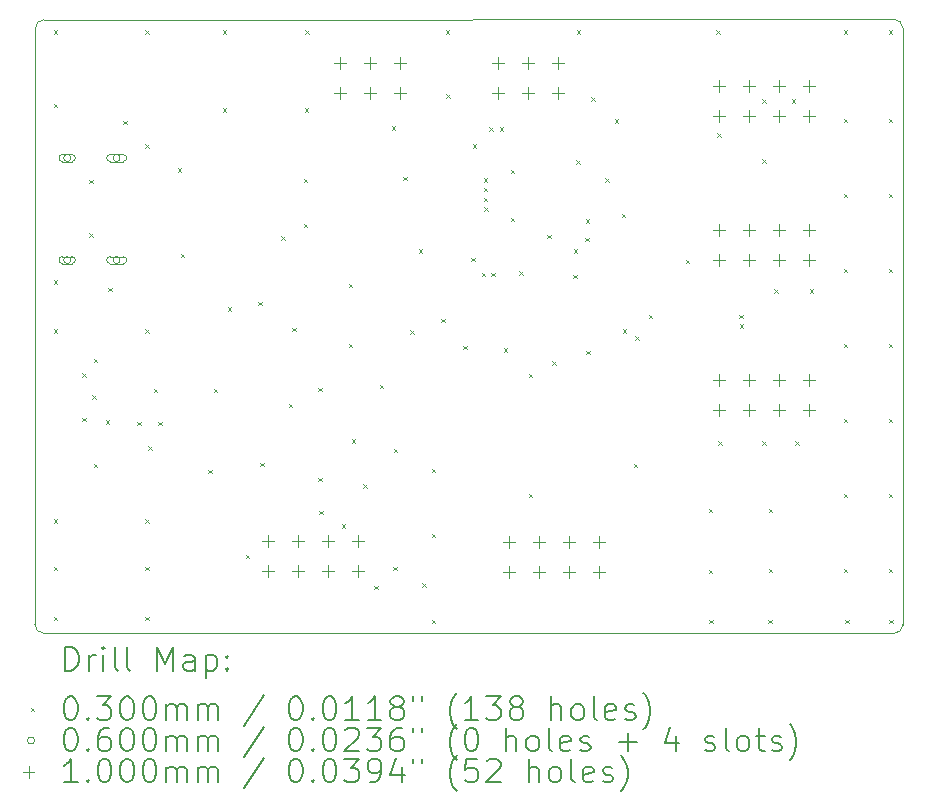
<source format=gbr>
%TF.GenerationSoftware,KiCad,Pcbnew,8.0.6-8.0.6-0~ubuntu24.04.1*%
%TF.CreationDate,2024-11-11T15:03:02+01:00*%
%TF.ProjectId,PicoMother,5069636f-4d6f-4746-9865-722e6b696361,1*%
%TF.SameCoordinates,Original*%
%TF.FileFunction,Drillmap*%
%TF.FilePolarity,Positive*%
%FSLAX45Y45*%
G04 Gerber Fmt 4.5, Leading zero omitted, Abs format (unit mm)*
G04 Created by KiCad (PCBNEW 8.0.6-8.0.6-0~ubuntu24.04.1) date 2024-11-11 15:03:02*
%MOMM*%
%LPD*%
G01*
G04 APERTURE LIST*
%ADD10C,0.050000*%
%ADD11C,0.200000*%
%ADD12C,0.100000*%
G04 APERTURE END LIST*
D10*
X10029077Y-7728033D02*
G75*
G02*
X10101105Y-7653028I75063J3D01*
G01*
X17375000Y-7721967D02*
X17375000Y-12775000D01*
X10025000Y-12775000D02*
X10029077Y-7728033D01*
X17302972Y-12850000D02*
X10100000Y-12847028D01*
X17375000Y-12775000D02*
G75*
G02*
X17302972Y-12849999I-75060J0D01*
G01*
X10101105Y-7653033D02*
X17300000Y-7649939D01*
X17300000Y-7649939D02*
G75*
G02*
X17375000Y-7721967I0J-75061D01*
G01*
X10100000Y-12847028D02*
G75*
G02*
X10025003Y-12775000I0J75058D01*
G01*
D11*
D12*
X10185000Y-7745000D02*
X10215000Y-7775000D01*
X10215000Y-7745000D02*
X10185000Y-7775000D01*
X10185000Y-8367000D02*
X10215000Y-8397000D01*
X10215000Y-8367000D02*
X10185000Y-8397000D01*
X10185000Y-9860000D02*
X10215000Y-9890000D01*
X10215000Y-9860000D02*
X10185000Y-9890000D01*
X10185000Y-10275000D02*
X10215000Y-10305000D01*
X10215000Y-10275000D02*
X10185000Y-10305000D01*
X10185000Y-11885000D02*
X10215000Y-11915000D01*
X10215000Y-11885000D02*
X10185000Y-11915000D01*
X10185000Y-12285000D02*
X10215000Y-12315000D01*
X10215000Y-12285000D02*
X10185000Y-12315000D01*
X10185000Y-12710000D02*
X10215000Y-12740000D01*
X10215000Y-12710000D02*
X10185000Y-12740000D01*
X10425000Y-10645000D02*
X10455000Y-10675000D01*
X10455000Y-10645000D02*
X10425000Y-10675000D01*
X10425000Y-11025000D02*
X10455000Y-11055000D01*
X10455000Y-11025000D02*
X10425000Y-11055000D01*
X10485000Y-9010000D02*
X10515000Y-9040000D01*
X10515000Y-9010000D02*
X10485000Y-9040000D01*
X10485000Y-9460000D02*
X10515000Y-9490000D01*
X10515000Y-9460000D02*
X10485000Y-9490000D01*
X10510000Y-10835000D02*
X10540000Y-10865000D01*
X10540000Y-10835000D02*
X10510000Y-10865000D01*
X10526000Y-10526000D02*
X10556000Y-10556000D01*
X10556000Y-10526000D02*
X10526000Y-10556000D01*
X10526000Y-11415000D02*
X10556000Y-11445000D01*
X10556000Y-11415000D02*
X10526000Y-11445000D01*
X10625000Y-11045000D02*
X10655000Y-11075000D01*
X10655000Y-11045000D02*
X10625000Y-11075000D01*
X10646950Y-9923050D02*
X10676950Y-9953050D01*
X10676950Y-9923050D02*
X10646950Y-9953050D01*
X10773750Y-8510000D02*
X10803750Y-8540000D01*
X10803750Y-8510000D02*
X10773750Y-8540000D01*
X10891760Y-11059400D02*
X10921760Y-11089400D01*
X10921760Y-11059400D02*
X10891760Y-11089400D01*
X10960000Y-7745000D02*
X10990000Y-7775000D01*
X10990000Y-7745000D02*
X10960000Y-7775000D01*
X10960000Y-8710000D02*
X10990000Y-8740000D01*
X10990000Y-8710000D02*
X10960000Y-8740000D01*
X10960000Y-10275000D02*
X10990000Y-10305000D01*
X10990000Y-10275000D02*
X10960000Y-10305000D01*
X10960000Y-11885000D02*
X10990000Y-11915000D01*
X10990000Y-11885000D02*
X10960000Y-11915000D01*
X10960000Y-12285000D02*
X10990000Y-12315000D01*
X10990000Y-12285000D02*
X10960000Y-12315000D01*
X10960000Y-12710000D02*
X10990000Y-12740000D01*
X10990000Y-12710000D02*
X10960000Y-12740000D01*
X10985000Y-11265000D02*
X11015000Y-11295000D01*
X11015000Y-11265000D02*
X10985000Y-11295000D01*
X11034000Y-10780000D02*
X11064000Y-10810000D01*
X11064000Y-10780000D02*
X11034000Y-10810000D01*
X11069560Y-11056860D02*
X11099560Y-11086860D01*
X11099560Y-11056860D02*
X11069560Y-11086860D01*
X11235000Y-8910000D02*
X11265000Y-8940000D01*
X11265000Y-8910000D02*
X11235000Y-8940000D01*
X11260000Y-9635000D02*
X11290000Y-9665000D01*
X11290000Y-9635000D02*
X11260000Y-9665000D01*
X11495000Y-11465000D02*
X11525000Y-11495000D01*
X11525000Y-11465000D02*
X11495000Y-11495000D01*
X11542000Y-10780000D02*
X11572000Y-10810000D01*
X11572000Y-10780000D02*
X11542000Y-10810000D01*
X11615000Y-7745000D02*
X11645000Y-7775000D01*
X11645000Y-7745000D02*
X11615000Y-7775000D01*
X11615000Y-8405000D02*
X11645000Y-8435000D01*
X11645000Y-8405000D02*
X11615000Y-8435000D01*
X11660000Y-10090000D02*
X11690000Y-10120000D01*
X11690000Y-10090000D02*
X11660000Y-10120000D01*
X11810000Y-12185000D02*
X11840000Y-12215000D01*
X11840000Y-12185000D02*
X11810000Y-12215000D01*
X11915000Y-10041250D02*
X11945000Y-10071250D01*
X11945000Y-10041250D02*
X11915000Y-10071250D01*
X11932040Y-11404840D02*
X11962040Y-11434840D01*
X11962040Y-11404840D02*
X11932040Y-11434840D01*
X12110000Y-9485000D02*
X12140000Y-9515000D01*
X12140000Y-9485000D02*
X12110000Y-9515000D01*
X12177000Y-10907000D02*
X12207000Y-10937000D01*
X12207000Y-10907000D02*
X12177000Y-10937000D01*
X12205000Y-10261250D02*
X12235000Y-10291250D01*
X12235000Y-10261250D02*
X12205000Y-10291250D01*
X12304000Y-9002000D02*
X12334000Y-9032000D01*
X12334000Y-9002000D02*
X12304000Y-9032000D01*
X12304000Y-9383000D02*
X12334000Y-9413000D01*
X12334000Y-9383000D02*
X12304000Y-9413000D01*
X12310000Y-8405000D02*
X12340000Y-8435000D01*
X12340000Y-8405000D02*
X12310000Y-8435000D01*
X12315000Y-7745000D02*
X12345000Y-7775000D01*
X12345000Y-7745000D02*
X12315000Y-7775000D01*
X12427040Y-10769840D02*
X12457040Y-10799840D01*
X12457040Y-10769840D02*
X12427040Y-10799840D01*
X12427040Y-11531840D02*
X12457040Y-11561840D01*
X12457040Y-11531840D02*
X12427040Y-11561840D01*
X12435000Y-11810000D02*
X12465000Y-11840000D01*
X12465000Y-11810000D02*
X12435000Y-11840000D01*
X12625000Y-11925000D02*
X12655000Y-11955000D01*
X12655000Y-11925000D02*
X12625000Y-11955000D01*
X12685000Y-9891000D02*
X12715000Y-9921000D01*
X12715000Y-9891000D02*
X12685000Y-9921000D01*
X12685000Y-10399000D02*
X12715000Y-10429000D01*
X12715000Y-10399000D02*
X12685000Y-10429000D01*
X12709280Y-11203800D02*
X12739280Y-11233800D01*
X12739280Y-11203800D02*
X12709280Y-11233800D01*
X12807880Y-11587720D02*
X12837880Y-11617720D01*
X12837880Y-11587720D02*
X12807880Y-11617720D01*
X12897500Y-12447500D02*
X12927500Y-12477500D01*
X12927500Y-12447500D02*
X12897500Y-12477500D01*
X12945000Y-10745000D02*
X12975000Y-10775000D01*
X12975000Y-10745000D02*
X12945000Y-10775000D01*
X13048220Y-8554000D02*
X13078220Y-8584000D01*
X13078220Y-8554000D02*
X13048220Y-8584000D01*
X13060000Y-12285000D02*
X13090000Y-12315000D01*
X13090000Y-12285000D02*
X13060000Y-12315000D01*
X13066000Y-11288000D02*
X13096000Y-11318000D01*
X13096000Y-11288000D02*
X13066000Y-11318000D01*
X13145000Y-8985000D02*
X13175000Y-9015000D01*
X13175000Y-8985000D02*
X13145000Y-9015000D01*
X13205000Y-10285000D02*
X13235000Y-10315000D01*
X13235000Y-10285000D02*
X13205000Y-10315000D01*
X13276820Y-9596360D02*
X13306820Y-9626360D01*
X13306820Y-9596360D02*
X13276820Y-9626360D01*
X13305000Y-12425000D02*
X13335000Y-12455000D01*
X13335000Y-12425000D02*
X13305000Y-12455000D01*
X13385000Y-11455000D02*
X13415000Y-11485000D01*
X13415000Y-11455000D02*
X13385000Y-11485000D01*
X13385000Y-12005000D02*
X13415000Y-12035000D01*
X13415000Y-12005000D02*
X13385000Y-12035000D01*
X13385000Y-12735000D02*
X13415000Y-12765000D01*
X13415000Y-12735000D02*
X13385000Y-12765000D01*
X13465000Y-10185000D02*
X13495000Y-10215000D01*
X13495000Y-10185000D02*
X13465000Y-10215000D01*
X13505000Y-7745000D02*
X13535000Y-7775000D01*
X13535000Y-7745000D02*
X13505000Y-7775000D01*
X13510000Y-8285000D02*
X13540000Y-8315000D01*
X13540000Y-8285000D02*
X13510000Y-8315000D01*
X13652740Y-10415000D02*
X13682740Y-10445000D01*
X13682740Y-10415000D02*
X13652740Y-10445000D01*
X13721320Y-9667480D02*
X13751320Y-9697480D01*
X13751320Y-9667480D02*
X13721320Y-9697480D01*
X13734020Y-8707360D02*
X13764020Y-8737360D01*
X13764020Y-8707360D02*
X13734020Y-8737360D01*
X13808967Y-9797003D02*
X13838967Y-9827003D01*
X13838967Y-9797003D02*
X13808967Y-9827003D01*
X13828000Y-8996920D02*
X13858000Y-9026920D01*
X13858000Y-8996920D02*
X13828000Y-9026920D01*
X13828000Y-9076920D02*
X13858000Y-9106920D01*
X13858000Y-9076920D02*
X13828000Y-9106920D01*
X13828000Y-9159480D02*
X13858000Y-9189480D01*
X13858000Y-9159480D02*
X13828000Y-9189480D01*
X13830665Y-9239436D02*
X13860665Y-9269436D01*
X13860665Y-9239436D02*
X13830665Y-9269436D01*
X13873720Y-8562580D02*
X13903720Y-8592580D01*
X13903720Y-8562580D02*
X13873720Y-8592580D01*
X13888960Y-9798090D02*
X13918960Y-9828090D01*
X13918960Y-9798090D02*
X13888960Y-9828090D01*
X13960080Y-8562580D02*
X13990080Y-8592580D01*
X13990080Y-8562580D02*
X13960080Y-8592580D01*
X13995000Y-10435000D02*
X14025000Y-10465000D01*
X14025000Y-10435000D02*
X13995000Y-10465000D01*
X14053880Y-8925800D02*
X14083880Y-8955800D01*
X14083880Y-8925800D02*
X14053880Y-8955800D01*
X14053880Y-9332200D02*
X14083880Y-9362200D01*
X14083880Y-9332200D02*
X14053880Y-9362200D01*
X14125000Y-9785000D02*
X14155000Y-9815000D01*
X14155000Y-9785000D02*
X14125000Y-9815000D01*
X14209000Y-10653000D02*
X14239000Y-10683000D01*
X14239000Y-10653000D02*
X14209000Y-10683000D01*
X14209000Y-11669000D02*
X14239000Y-11699000D01*
X14239000Y-11669000D02*
X14209000Y-11699000D01*
X14365000Y-9475000D02*
X14395000Y-9505000D01*
X14395000Y-9475000D02*
X14365000Y-9505000D01*
X14405000Y-10545000D02*
X14435000Y-10575000D01*
X14435000Y-10545000D02*
X14405000Y-10575000D01*
X14585000Y-9815000D02*
X14615000Y-9845000D01*
X14615000Y-9815000D02*
X14585000Y-9845000D01*
X14590000Y-9596360D02*
X14620000Y-9626360D01*
X14620000Y-9596360D02*
X14590000Y-9626360D01*
X14611280Y-8844520D02*
X14641280Y-8874520D01*
X14641280Y-8844520D02*
X14611280Y-8874520D01*
X14615000Y-7745000D02*
X14645000Y-7775000D01*
X14645000Y-7745000D02*
X14615000Y-7775000D01*
X14686520Y-9499840D02*
X14716520Y-9529840D01*
X14716520Y-9499840D02*
X14686520Y-9529840D01*
X14689060Y-9344900D02*
X14719060Y-9374900D01*
X14719060Y-9344900D02*
X14689060Y-9374900D01*
X14695000Y-10455000D02*
X14725000Y-10485000D01*
X14725000Y-10455000D02*
X14695000Y-10485000D01*
X14735000Y-8310000D02*
X14765000Y-8340000D01*
X14765000Y-8310000D02*
X14735000Y-8340000D01*
X14855000Y-8995000D02*
X14885000Y-9025000D01*
X14885000Y-8995000D02*
X14855000Y-9025000D01*
X14935000Y-8496540D02*
X14965000Y-8526540D01*
X14965000Y-8496540D02*
X14935000Y-8526540D01*
X14995000Y-9295000D02*
X15025000Y-9325000D01*
X15025000Y-9295000D02*
X14995000Y-9325000D01*
X15005000Y-10275000D02*
X15035000Y-10305000D01*
X15035000Y-10275000D02*
X15005000Y-10305000D01*
X15098000Y-11415000D02*
X15128000Y-11445000D01*
X15128000Y-11415000D02*
X15098000Y-11445000D01*
X15109583Y-10335417D02*
X15139583Y-10365417D01*
X15139583Y-10335417D02*
X15109583Y-10365417D01*
X15222460Y-10150080D02*
X15252460Y-10180080D01*
X15252460Y-10150080D02*
X15222460Y-10180080D01*
X15535000Y-9685000D02*
X15565000Y-9715000D01*
X15565000Y-9685000D02*
X15535000Y-9715000D01*
X15733000Y-11796000D02*
X15763000Y-11826000D01*
X15763000Y-11796000D02*
X15733000Y-11826000D01*
X15733000Y-12310000D02*
X15763000Y-12340000D01*
X15763000Y-12310000D02*
X15733000Y-12340000D01*
X15735000Y-12735000D02*
X15765000Y-12765000D01*
X15765000Y-12735000D02*
X15735000Y-12765000D01*
X15795000Y-7745000D02*
X15825000Y-7775000D01*
X15825000Y-7745000D02*
X15795000Y-7775000D01*
X15805000Y-8615000D02*
X15835000Y-8645000D01*
X15835000Y-8615000D02*
X15805000Y-8645000D01*
X15810000Y-11225000D02*
X15840000Y-11255000D01*
X15840000Y-11225000D02*
X15810000Y-11255000D01*
X15989540Y-10150080D02*
X16019540Y-10180080D01*
X16019540Y-10150080D02*
X15989540Y-10180080D01*
X15992615Y-10230021D02*
X16022615Y-10260021D01*
X16022615Y-10230021D02*
X15992615Y-10260021D01*
X16185000Y-8325000D02*
X16215000Y-8355000D01*
X16215000Y-8325000D02*
X16185000Y-8355000D01*
X16185000Y-8835000D02*
X16215000Y-8865000D01*
X16215000Y-8835000D02*
X16185000Y-8865000D01*
X16185000Y-11225000D02*
X16215000Y-11255000D01*
X16215000Y-11225000D02*
X16185000Y-11255000D01*
X16235000Y-12735000D02*
X16265000Y-12765000D01*
X16265000Y-12735000D02*
X16235000Y-12765000D01*
X16241000Y-11796000D02*
X16271000Y-11826000D01*
X16271000Y-11796000D02*
X16241000Y-11826000D01*
X16241000Y-12304000D02*
X16271000Y-12334000D01*
X16271000Y-12304000D02*
X16241000Y-12334000D01*
X16285000Y-9935000D02*
X16315000Y-9965000D01*
X16315000Y-9935000D02*
X16285000Y-9965000D01*
X16435000Y-8325000D02*
X16465000Y-8355000D01*
X16465000Y-8325000D02*
X16435000Y-8355000D01*
X16465000Y-11225000D02*
X16495000Y-11255000D01*
X16495000Y-11225000D02*
X16465000Y-11255000D01*
X16585000Y-9935000D02*
X16615000Y-9965000D01*
X16615000Y-9935000D02*
X16585000Y-9965000D01*
X16876000Y-7745000D02*
X16906000Y-7775000D01*
X16906000Y-7745000D02*
X16876000Y-7775000D01*
X16876000Y-8494000D02*
X16906000Y-8524000D01*
X16906000Y-8494000D02*
X16876000Y-8524000D01*
X16876000Y-9129000D02*
X16906000Y-9159000D01*
X16906000Y-9129000D02*
X16876000Y-9159000D01*
X16876000Y-9764000D02*
X16906000Y-9794000D01*
X16906000Y-9764000D02*
X16876000Y-9794000D01*
X16876000Y-10399000D02*
X16906000Y-10429000D01*
X16906000Y-10399000D02*
X16876000Y-10429000D01*
X16876000Y-11034000D02*
X16906000Y-11064000D01*
X16906000Y-11034000D02*
X16876000Y-11064000D01*
X16876000Y-11669000D02*
X16906000Y-11699000D01*
X16906000Y-11669000D02*
X16876000Y-11699000D01*
X16876000Y-12304000D02*
X16906000Y-12334000D01*
X16906000Y-12304000D02*
X16876000Y-12334000D01*
X16885000Y-12735000D02*
X16915000Y-12765000D01*
X16915000Y-12735000D02*
X16885000Y-12765000D01*
X17257000Y-7745000D02*
X17287000Y-7775000D01*
X17287000Y-7745000D02*
X17257000Y-7775000D01*
X17257000Y-8494000D02*
X17287000Y-8524000D01*
X17287000Y-8494000D02*
X17257000Y-8524000D01*
X17257000Y-9129000D02*
X17287000Y-9159000D01*
X17287000Y-9129000D02*
X17257000Y-9159000D01*
X17257000Y-9764000D02*
X17287000Y-9794000D01*
X17287000Y-9764000D02*
X17257000Y-9794000D01*
X17257000Y-10399000D02*
X17287000Y-10429000D01*
X17287000Y-10399000D02*
X17257000Y-10429000D01*
X17257000Y-11034000D02*
X17287000Y-11064000D01*
X17287000Y-11034000D02*
X17257000Y-11064000D01*
X17257000Y-11669000D02*
X17287000Y-11699000D01*
X17287000Y-11669000D02*
X17257000Y-11699000D01*
X17257000Y-12304000D02*
X17287000Y-12334000D01*
X17287000Y-12304000D02*
X17257000Y-12334000D01*
X17260000Y-12735000D02*
X17290000Y-12765000D01*
X17290000Y-12735000D02*
X17260000Y-12765000D01*
X10330000Y-8825000D02*
G75*
G02*
X10270000Y-8825000I-30000J0D01*
G01*
X10270000Y-8825000D02*
G75*
G02*
X10330000Y-8825000I30000J0D01*
G01*
X10340000Y-8795000D02*
X10260000Y-8795000D01*
X10260000Y-8855000D02*
G75*
G02*
X10260000Y-8795000I0J30000D01*
G01*
X10260000Y-8855000D02*
X10340000Y-8855000D01*
X10340000Y-8855000D02*
G75*
G03*
X10340000Y-8795000I0J30000D01*
G01*
X10330000Y-9689000D02*
G75*
G02*
X10270000Y-9689000I-30000J0D01*
G01*
X10270000Y-9689000D02*
G75*
G02*
X10330000Y-9689000I30000J0D01*
G01*
X10340000Y-9659000D02*
X10260000Y-9659000D01*
X10260000Y-9719000D02*
G75*
G02*
X10260000Y-9659000I0J30000D01*
G01*
X10260000Y-9719000D02*
X10340000Y-9719000D01*
X10340000Y-9719000D02*
G75*
G03*
X10340000Y-9659000I0J30000D01*
G01*
X10748000Y-8825000D02*
G75*
G02*
X10688000Y-8825000I-30000J0D01*
G01*
X10688000Y-8825000D02*
G75*
G02*
X10748000Y-8825000I30000J0D01*
G01*
X10773000Y-8795000D02*
X10663000Y-8795000D01*
X10663000Y-8855000D02*
G75*
G02*
X10663000Y-8795000I0J30000D01*
G01*
X10663000Y-8855000D02*
X10773000Y-8855000D01*
X10773000Y-8855000D02*
G75*
G03*
X10773000Y-8795000I0J30000D01*
G01*
X10748000Y-9689000D02*
G75*
G02*
X10688000Y-9689000I-30000J0D01*
G01*
X10688000Y-9689000D02*
G75*
G02*
X10748000Y-9689000I30000J0D01*
G01*
X10773000Y-9659000D02*
X10663000Y-9659000D01*
X10663000Y-9719000D02*
G75*
G02*
X10663000Y-9659000I0J30000D01*
G01*
X10663000Y-9719000D02*
X10773000Y-9719000D01*
X10773000Y-9719000D02*
G75*
G03*
X10773000Y-9659000I0J30000D01*
G01*
X11998960Y-12020080D02*
X11998960Y-12120080D01*
X11948960Y-12070080D02*
X12048960Y-12070080D01*
X11998960Y-12274080D02*
X11998960Y-12374080D01*
X11948960Y-12324080D02*
X12048960Y-12324080D01*
X12252960Y-12020080D02*
X12252960Y-12120080D01*
X12202960Y-12070080D02*
X12302960Y-12070080D01*
X12252960Y-12274080D02*
X12252960Y-12374080D01*
X12202960Y-12324080D02*
X12302960Y-12324080D01*
X12506960Y-12020080D02*
X12506960Y-12120080D01*
X12456960Y-12070080D02*
X12556960Y-12070080D01*
X12506960Y-12274080D02*
X12506960Y-12374080D01*
X12456960Y-12324080D02*
X12556960Y-12324080D01*
X12611100Y-7971000D02*
X12611100Y-8071000D01*
X12561100Y-8021000D02*
X12661100Y-8021000D01*
X12611100Y-8225000D02*
X12611100Y-8325000D01*
X12561100Y-8275000D02*
X12661100Y-8275000D01*
X12760960Y-12020080D02*
X12760960Y-12120080D01*
X12710960Y-12070080D02*
X12810960Y-12070080D01*
X12760960Y-12274080D02*
X12760960Y-12374080D01*
X12710960Y-12324080D02*
X12810960Y-12324080D01*
X12865100Y-7971000D02*
X12865100Y-8071000D01*
X12815100Y-8021000D02*
X12915100Y-8021000D01*
X12865100Y-8225000D02*
X12865100Y-8325000D01*
X12815100Y-8275000D02*
X12915100Y-8275000D01*
X13119100Y-7971000D02*
X13119100Y-8071000D01*
X13069100Y-8021000D02*
X13169100Y-8021000D01*
X13119100Y-8225000D02*
X13119100Y-8325000D01*
X13069100Y-8275000D02*
X13169100Y-8275000D01*
X13947140Y-7971000D02*
X13947140Y-8071000D01*
X13897140Y-8021000D02*
X13997140Y-8021000D01*
X13947140Y-8225000D02*
X13947140Y-8325000D01*
X13897140Y-8275000D02*
X13997140Y-8275000D01*
X14038580Y-12027700D02*
X14038580Y-12127700D01*
X13988580Y-12077700D02*
X14088580Y-12077700D01*
X14038580Y-12281700D02*
X14038580Y-12381700D01*
X13988580Y-12331700D02*
X14088580Y-12331700D01*
X14201140Y-7971000D02*
X14201140Y-8071000D01*
X14151140Y-8021000D02*
X14251140Y-8021000D01*
X14201140Y-8225000D02*
X14201140Y-8325000D01*
X14151140Y-8275000D02*
X14251140Y-8275000D01*
X14292580Y-12027700D02*
X14292580Y-12127700D01*
X14242580Y-12077700D02*
X14342580Y-12077700D01*
X14292580Y-12281700D02*
X14292580Y-12381700D01*
X14242580Y-12331700D02*
X14342580Y-12331700D01*
X14455140Y-7971000D02*
X14455140Y-8071000D01*
X14405140Y-8021000D02*
X14505140Y-8021000D01*
X14455140Y-8225000D02*
X14455140Y-8325000D01*
X14405140Y-8275000D02*
X14505140Y-8275000D01*
X14546580Y-12027700D02*
X14546580Y-12127700D01*
X14496580Y-12077700D02*
X14596580Y-12077700D01*
X14546580Y-12281700D02*
X14546580Y-12381700D01*
X14496580Y-12331700D02*
X14596580Y-12331700D01*
X14800580Y-12027700D02*
X14800580Y-12127700D01*
X14750580Y-12077700D02*
X14850580Y-12077700D01*
X14800580Y-12281700D02*
X14800580Y-12381700D01*
X14750580Y-12331700D02*
X14850580Y-12331700D01*
X15820000Y-8164360D02*
X15820000Y-8264360D01*
X15770000Y-8214360D02*
X15870000Y-8214360D01*
X15820000Y-8418360D02*
X15820000Y-8518360D01*
X15770000Y-8468360D02*
X15870000Y-8468360D01*
X15820000Y-9386100D02*
X15820000Y-9486100D01*
X15770000Y-9436100D02*
X15870000Y-9436100D01*
X15820000Y-9640100D02*
X15820000Y-9740100D01*
X15770000Y-9690100D02*
X15870000Y-9690100D01*
X15820000Y-10653560D02*
X15820000Y-10753560D01*
X15770000Y-10703560D02*
X15870000Y-10703560D01*
X15820000Y-10907560D02*
X15820000Y-11007560D01*
X15770000Y-10957560D02*
X15870000Y-10957560D01*
X16074000Y-8164360D02*
X16074000Y-8264360D01*
X16024000Y-8214360D02*
X16124000Y-8214360D01*
X16074000Y-8418360D02*
X16074000Y-8518360D01*
X16024000Y-8468360D02*
X16124000Y-8468360D01*
X16074000Y-9386100D02*
X16074000Y-9486100D01*
X16024000Y-9436100D02*
X16124000Y-9436100D01*
X16074000Y-9640100D02*
X16074000Y-9740100D01*
X16024000Y-9690100D02*
X16124000Y-9690100D01*
X16074000Y-10653560D02*
X16074000Y-10753560D01*
X16024000Y-10703560D02*
X16124000Y-10703560D01*
X16074000Y-10907560D02*
X16074000Y-11007560D01*
X16024000Y-10957560D02*
X16124000Y-10957560D01*
X16328000Y-8164360D02*
X16328000Y-8264360D01*
X16278000Y-8214360D02*
X16378000Y-8214360D01*
X16328000Y-8418360D02*
X16328000Y-8518360D01*
X16278000Y-8468360D02*
X16378000Y-8468360D01*
X16328000Y-9386100D02*
X16328000Y-9486100D01*
X16278000Y-9436100D02*
X16378000Y-9436100D01*
X16328000Y-9640100D02*
X16328000Y-9740100D01*
X16278000Y-9690100D02*
X16378000Y-9690100D01*
X16328000Y-10653560D02*
X16328000Y-10753560D01*
X16278000Y-10703560D02*
X16378000Y-10703560D01*
X16328000Y-10907560D02*
X16328000Y-11007560D01*
X16278000Y-10957560D02*
X16378000Y-10957560D01*
X16582000Y-8164360D02*
X16582000Y-8264360D01*
X16532000Y-8214360D02*
X16632000Y-8214360D01*
X16582000Y-8418360D02*
X16582000Y-8518360D01*
X16532000Y-8468360D02*
X16632000Y-8468360D01*
X16582000Y-9386100D02*
X16582000Y-9486100D01*
X16532000Y-9436100D02*
X16632000Y-9436100D01*
X16582000Y-9640100D02*
X16582000Y-9740100D01*
X16532000Y-9690100D02*
X16632000Y-9690100D01*
X16582000Y-10653560D02*
X16582000Y-10753560D01*
X16532000Y-10703560D02*
X16632000Y-10703560D01*
X16582000Y-10907560D02*
X16582000Y-11007560D01*
X16532000Y-10957560D02*
X16632000Y-10957560D01*
D11*
X10283277Y-13163984D02*
X10283277Y-12963984D01*
X10283277Y-12963984D02*
X10330896Y-12963984D01*
X10330896Y-12963984D02*
X10359467Y-12973508D01*
X10359467Y-12973508D02*
X10378515Y-12992555D01*
X10378515Y-12992555D02*
X10388039Y-13011603D01*
X10388039Y-13011603D02*
X10397563Y-13049698D01*
X10397563Y-13049698D02*
X10397563Y-13078269D01*
X10397563Y-13078269D02*
X10388039Y-13116365D01*
X10388039Y-13116365D02*
X10378515Y-13135412D01*
X10378515Y-13135412D02*
X10359467Y-13154460D01*
X10359467Y-13154460D02*
X10330896Y-13163984D01*
X10330896Y-13163984D02*
X10283277Y-13163984D01*
X10483277Y-13163984D02*
X10483277Y-13030650D01*
X10483277Y-13068746D02*
X10492801Y-13049698D01*
X10492801Y-13049698D02*
X10502324Y-13040174D01*
X10502324Y-13040174D02*
X10521372Y-13030650D01*
X10521372Y-13030650D02*
X10540420Y-13030650D01*
X10607086Y-13163984D02*
X10607086Y-13030650D01*
X10607086Y-12963984D02*
X10597563Y-12973508D01*
X10597563Y-12973508D02*
X10607086Y-12983031D01*
X10607086Y-12983031D02*
X10616610Y-12973508D01*
X10616610Y-12973508D02*
X10607086Y-12963984D01*
X10607086Y-12963984D02*
X10607086Y-12983031D01*
X10730896Y-13163984D02*
X10711848Y-13154460D01*
X10711848Y-13154460D02*
X10702324Y-13135412D01*
X10702324Y-13135412D02*
X10702324Y-12963984D01*
X10835658Y-13163984D02*
X10816610Y-13154460D01*
X10816610Y-13154460D02*
X10807086Y-13135412D01*
X10807086Y-13135412D02*
X10807086Y-12963984D01*
X11064229Y-13163984D02*
X11064229Y-12963984D01*
X11064229Y-12963984D02*
X11130896Y-13106841D01*
X11130896Y-13106841D02*
X11197562Y-12963984D01*
X11197562Y-12963984D02*
X11197562Y-13163984D01*
X11378515Y-13163984D02*
X11378515Y-13059222D01*
X11378515Y-13059222D02*
X11368991Y-13040174D01*
X11368991Y-13040174D02*
X11349943Y-13030650D01*
X11349943Y-13030650D02*
X11311848Y-13030650D01*
X11311848Y-13030650D02*
X11292801Y-13040174D01*
X11378515Y-13154460D02*
X11359467Y-13163984D01*
X11359467Y-13163984D02*
X11311848Y-13163984D01*
X11311848Y-13163984D02*
X11292801Y-13154460D01*
X11292801Y-13154460D02*
X11283277Y-13135412D01*
X11283277Y-13135412D02*
X11283277Y-13116365D01*
X11283277Y-13116365D02*
X11292801Y-13097317D01*
X11292801Y-13097317D02*
X11311848Y-13087793D01*
X11311848Y-13087793D02*
X11359467Y-13087793D01*
X11359467Y-13087793D02*
X11378515Y-13078269D01*
X11473753Y-13030650D02*
X11473753Y-13230650D01*
X11473753Y-13040174D02*
X11492801Y-13030650D01*
X11492801Y-13030650D02*
X11530896Y-13030650D01*
X11530896Y-13030650D02*
X11549943Y-13040174D01*
X11549943Y-13040174D02*
X11559467Y-13049698D01*
X11559467Y-13049698D02*
X11568991Y-13068746D01*
X11568991Y-13068746D02*
X11568991Y-13125888D01*
X11568991Y-13125888D02*
X11559467Y-13144936D01*
X11559467Y-13144936D02*
X11549943Y-13154460D01*
X11549943Y-13154460D02*
X11530896Y-13163984D01*
X11530896Y-13163984D02*
X11492801Y-13163984D01*
X11492801Y-13163984D02*
X11473753Y-13154460D01*
X11654705Y-13144936D02*
X11664229Y-13154460D01*
X11664229Y-13154460D02*
X11654705Y-13163984D01*
X11654705Y-13163984D02*
X11645182Y-13154460D01*
X11645182Y-13154460D02*
X11654705Y-13144936D01*
X11654705Y-13144936D02*
X11654705Y-13163984D01*
X11654705Y-13040174D02*
X11664229Y-13049698D01*
X11664229Y-13049698D02*
X11654705Y-13059222D01*
X11654705Y-13059222D02*
X11645182Y-13049698D01*
X11645182Y-13049698D02*
X11654705Y-13040174D01*
X11654705Y-13040174D02*
X11654705Y-13059222D01*
D12*
X9992500Y-13477500D02*
X10022500Y-13507500D01*
X10022500Y-13477500D02*
X9992500Y-13507500D01*
D11*
X10321372Y-13383984D02*
X10340420Y-13383984D01*
X10340420Y-13383984D02*
X10359467Y-13393508D01*
X10359467Y-13393508D02*
X10368991Y-13403031D01*
X10368991Y-13403031D02*
X10378515Y-13422079D01*
X10378515Y-13422079D02*
X10388039Y-13460174D01*
X10388039Y-13460174D02*
X10388039Y-13507793D01*
X10388039Y-13507793D02*
X10378515Y-13545888D01*
X10378515Y-13545888D02*
X10368991Y-13564936D01*
X10368991Y-13564936D02*
X10359467Y-13574460D01*
X10359467Y-13574460D02*
X10340420Y-13583984D01*
X10340420Y-13583984D02*
X10321372Y-13583984D01*
X10321372Y-13583984D02*
X10302324Y-13574460D01*
X10302324Y-13574460D02*
X10292801Y-13564936D01*
X10292801Y-13564936D02*
X10283277Y-13545888D01*
X10283277Y-13545888D02*
X10273753Y-13507793D01*
X10273753Y-13507793D02*
X10273753Y-13460174D01*
X10273753Y-13460174D02*
X10283277Y-13422079D01*
X10283277Y-13422079D02*
X10292801Y-13403031D01*
X10292801Y-13403031D02*
X10302324Y-13393508D01*
X10302324Y-13393508D02*
X10321372Y-13383984D01*
X10473753Y-13564936D02*
X10483277Y-13574460D01*
X10483277Y-13574460D02*
X10473753Y-13583984D01*
X10473753Y-13583984D02*
X10464229Y-13574460D01*
X10464229Y-13574460D02*
X10473753Y-13564936D01*
X10473753Y-13564936D02*
X10473753Y-13583984D01*
X10549944Y-13383984D02*
X10673753Y-13383984D01*
X10673753Y-13383984D02*
X10607086Y-13460174D01*
X10607086Y-13460174D02*
X10635658Y-13460174D01*
X10635658Y-13460174D02*
X10654705Y-13469698D01*
X10654705Y-13469698D02*
X10664229Y-13479222D01*
X10664229Y-13479222D02*
X10673753Y-13498269D01*
X10673753Y-13498269D02*
X10673753Y-13545888D01*
X10673753Y-13545888D02*
X10664229Y-13564936D01*
X10664229Y-13564936D02*
X10654705Y-13574460D01*
X10654705Y-13574460D02*
X10635658Y-13583984D01*
X10635658Y-13583984D02*
X10578515Y-13583984D01*
X10578515Y-13583984D02*
X10559467Y-13574460D01*
X10559467Y-13574460D02*
X10549944Y-13564936D01*
X10797563Y-13383984D02*
X10816610Y-13383984D01*
X10816610Y-13383984D02*
X10835658Y-13393508D01*
X10835658Y-13393508D02*
X10845182Y-13403031D01*
X10845182Y-13403031D02*
X10854705Y-13422079D01*
X10854705Y-13422079D02*
X10864229Y-13460174D01*
X10864229Y-13460174D02*
X10864229Y-13507793D01*
X10864229Y-13507793D02*
X10854705Y-13545888D01*
X10854705Y-13545888D02*
X10845182Y-13564936D01*
X10845182Y-13564936D02*
X10835658Y-13574460D01*
X10835658Y-13574460D02*
X10816610Y-13583984D01*
X10816610Y-13583984D02*
X10797563Y-13583984D01*
X10797563Y-13583984D02*
X10778515Y-13574460D01*
X10778515Y-13574460D02*
X10768991Y-13564936D01*
X10768991Y-13564936D02*
X10759467Y-13545888D01*
X10759467Y-13545888D02*
X10749944Y-13507793D01*
X10749944Y-13507793D02*
X10749944Y-13460174D01*
X10749944Y-13460174D02*
X10759467Y-13422079D01*
X10759467Y-13422079D02*
X10768991Y-13403031D01*
X10768991Y-13403031D02*
X10778515Y-13393508D01*
X10778515Y-13393508D02*
X10797563Y-13383984D01*
X10988039Y-13383984D02*
X11007086Y-13383984D01*
X11007086Y-13383984D02*
X11026134Y-13393508D01*
X11026134Y-13393508D02*
X11035658Y-13403031D01*
X11035658Y-13403031D02*
X11045182Y-13422079D01*
X11045182Y-13422079D02*
X11054705Y-13460174D01*
X11054705Y-13460174D02*
X11054705Y-13507793D01*
X11054705Y-13507793D02*
X11045182Y-13545888D01*
X11045182Y-13545888D02*
X11035658Y-13564936D01*
X11035658Y-13564936D02*
X11026134Y-13574460D01*
X11026134Y-13574460D02*
X11007086Y-13583984D01*
X11007086Y-13583984D02*
X10988039Y-13583984D01*
X10988039Y-13583984D02*
X10968991Y-13574460D01*
X10968991Y-13574460D02*
X10959467Y-13564936D01*
X10959467Y-13564936D02*
X10949944Y-13545888D01*
X10949944Y-13545888D02*
X10940420Y-13507793D01*
X10940420Y-13507793D02*
X10940420Y-13460174D01*
X10940420Y-13460174D02*
X10949944Y-13422079D01*
X10949944Y-13422079D02*
X10959467Y-13403031D01*
X10959467Y-13403031D02*
X10968991Y-13393508D01*
X10968991Y-13393508D02*
X10988039Y-13383984D01*
X11140420Y-13583984D02*
X11140420Y-13450650D01*
X11140420Y-13469698D02*
X11149944Y-13460174D01*
X11149944Y-13460174D02*
X11168991Y-13450650D01*
X11168991Y-13450650D02*
X11197563Y-13450650D01*
X11197563Y-13450650D02*
X11216610Y-13460174D01*
X11216610Y-13460174D02*
X11226134Y-13479222D01*
X11226134Y-13479222D02*
X11226134Y-13583984D01*
X11226134Y-13479222D02*
X11235658Y-13460174D01*
X11235658Y-13460174D02*
X11254705Y-13450650D01*
X11254705Y-13450650D02*
X11283277Y-13450650D01*
X11283277Y-13450650D02*
X11302324Y-13460174D01*
X11302324Y-13460174D02*
X11311848Y-13479222D01*
X11311848Y-13479222D02*
X11311848Y-13583984D01*
X11407086Y-13583984D02*
X11407086Y-13450650D01*
X11407086Y-13469698D02*
X11416610Y-13460174D01*
X11416610Y-13460174D02*
X11435658Y-13450650D01*
X11435658Y-13450650D02*
X11464229Y-13450650D01*
X11464229Y-13450650D02*
X11483277Y-13460174D01*
X11483277Y-13460174D02*
X11492801Y-13479222D01*
X11492801Y-13479222D02*
X11492801Y-13583984D01*
X11492801Y-13479222D02*
X11502324Y-13460174D01*
X11502324Y-13460174D02*
X11521372Y-13450650D01*
X11521372Y-13450650D02*
X11549943Y-13450650D01*
X11549943Y-13450650D02*
X11568991Y-13460174D01*
X11568991Y-13460174D02*
X11578515Y-13479222D01*
X11578515Y-13479222D02*
X11578515Y-13583984D01*
X11968991Y-13374460D02*
X11797563Y-13631603D01*
X12226134Y-13383984D02*
X12245182Y-13383984D01*
X12245182Y-13383984D02*
X12264229Y-13393508D01*
X12264229Y-13393508D02*
X12273753Y-13403031D01*
X12273753Y-13403031D02*
X12283277Y-13422079D01*
X12283277Y-13422079D02*
X12292801Y-13460174D01*
X12292801Y-13460174D02*
X12292801Y-13507793D01*
X12292801Y-13507793D02*
X12283277Y-13545888D01*
X12283277Y-13545888D02*
X12273753Y-13564936D01*
X12273753Y-13564936D02*
X12264229Y-13574460D01*
X12264229Y-13574460D02*
X12245182Y-13583984D01*
X12245182Y-13583984D02*
X12226134Y-13583984D01*
X12226134Y-13583984D02*
X12207086Y-13574460D01*
X12207086Y-13574460D02*
X12197563Y-13564936D01*
X12197563Y-13564936D02*
X12188039Y-13545888D01*
X12188039Y-13545888D02*
X12178515Y-13507793D01*
X12178515Y-13507793D02*
X12178515Y-13460174D01*
X12178515Y-13460174D02*
X12188039Y-13422079D01*
X12188039Y-13422079D02*
X12197563Y-13403031D01*
X12197563Y-13403031D02*
X12207086Y-13393508D01*
X12207086Y-13393508D02*
X12226134Y-13383984D01*
X12378515Y-13564936D02*
X12388039Y-13574460D01*
X12388039Y-13574460D02*
X12378515Y-13583984D01*
X12378515Y-13583984D02*
X12368991Y-13574460D01*
X12368991Y-13574460D02*
X12378515Y-13564936D01*
X12378515Y-13564936D02*
X12378515Y-13583984D01*
X12511848Y-13383984D02*
X12530896Y-13383984D01*
X12530896Y-13383984D02*
X12549944Y-13393508D01*
X12549944Y-13393508D02*
X12559467Y-13403031D01*
X12559467Y-13403031D02*
X12568991Y-13422079D01*
X12568991Y-13422079D02*
X12578515Y-13460174D01*
X12578515Y-13460174D02*
X12578515Y-13507793D01*
X12578515Y-13507793D02*
X12568991Y-13545888D01*
X12568991Y-13545888D02*
X12559467Y-13564936D01*
X12559467Y-13564936D02*
X12549944Y-13574460D01*
X12549944Y-13574460D02*
X12530896Y-13583984D01*
X12530896Y-13583984D02*
X12511848Y-13583984D01*
X12511848Y-13583984D02*
X12492801Y-13574460D01*
X12492801Y-13574460D02*
X12483277Y-13564936D01*
X12483277Y-13564936D02*
X12473753Y-13545888D01*
X12473753Y-13545888D02*
X12464229Y-13507793D01*
X12464229Y-13507793D02*
X12464229Y-13460174D01*
X12464229Y-13460174D02*
X12473753Y-13422079D01*
X12473753Y-13422079D02*
X12483277Y-13403031D01*
X12483277Y-13403031D02*
X12492801Y-13393508D01*
X12492801Y-13393508D02*
X12511848Y-13383984D01*
X12768991Y-13583984D02*
X12654706Y-13583984D01*
X12711848Y-13583984D02*
X12711848Y-13383984D01*
X12711848Y-13383984D02*
X12692801Y-13412555D01*
X12692801Y-13412555D02*
X12673753Y-13431603D01*
X12673753Y-13431603D02*
X12654706Y-13441127D01*
X12959467Y-13583984D02*
X12845182Y-13583984D01*
X12902325Y-13583984D02*
X12902325Y-13383984D01*
X12902325Y-13383984D02*
X12883277Y-13412555D01*
X12883277Y-13412555D02*
X12864229Y-13431603D01*
X12864229Y-13431603D02*
X12845182Y-13441127D01*
X13073753Y-13469698D02*
X13054706Y-13460174D01*
X13054706Y-13460174D02*
X13045182Y-13450650D01*
X13045182Y-13450650D02*
X13035658Y-13431603D01*
X13035658Y-13431603D02*
X13035658Y-13422079D01*
X13035658Y-13422079D02*
X13045182Y-13403031D01*
X13045182Y-13403031D02*
X13054706Y-13393508D01*
X13054706Y-13393508D02*
X13073753Y-13383984D01*
X13073753Y-13383984D02*
X13111848Y-13383984D01*
X13111848Y-13383984D02*
X13130896Y-13393508D01*
X13130896Y-13393508D02*
X13140420Y-13403031D01*
X13140420Y-13403031D02*
X13149944Y-13422079D01*
X13149944Y-13422079D02*
X13149944Y-13431603D01*
X13149944Y-13431603D02*
X13140420Y-13450650D01*
X13140420Y-13450650D02*
X13130896Y-13460174D01*
X13130896Y-13460174D02*
X13111848Y-13469698D01*
X13111848Y-13469698D02*
X13073753Y-13469698D01*
X13073753Y-13469698D02*
X13054706Y-13479222D01*
X13054706Y-13479222D02*
X13045182Y-13488746D01*
X13045182Y-13488746D02*
X13035658Y-13507793D01*
X13035658Y-13507793D02*
X13035658Y-13545888D01*
X13035658Y-13545888D02*
X13045182Y-13564936D01*
X13045182Y-13564936D02*
X13054706Y-13574460D01*
X13054706Y-13574460D02*
X13073753Y-13583984D01*
X13073753Y-13583984D02*
X13111848Y-13583984D01*
X13111848Y-13583984D02*
X13130896Y-13574460D01*
X13130896Y-13574460D02*
X13140420Y-13564936D01*
X13140420Y-13564936D02*
X13149944Y-13545888D01*
X13149944Y-13545888D02*
X13149944Y-13507793D01*
X13149944Y-13507793D02*
X13140420Y-13488746D01*
X13140420Y-13488746D02*
X13130896Y-13479222D01*
X13130896Y-13479222D02*
X13111848Y-13469698D01*
X13226134Y-13383984D02*
X13226134Y-13422079D01*
X13302325Y-13383984D02*
X13302325Y-13422079D01*
X13597563Y-13660174D02*
X13588039Y-13650650D01*
X13588039Y-13650650D02*
X13568991Y-13622079D01*
X13568991Y-13622079D02*
X13559468Y-13603031D01*
X13559468Y-13603031D02*
X13549944Y-13574460D01*
X13549944Y-13574460D02*
X13540420Y-13526841D01*
X13540420Y-13526841D02*
X13540420Y-13488746D01*
X13540420Y-13488746D02*
X13549944Y-13441127D01*
X13549944Y-13441127D02*
X13559468Y-13412555D01*
X13559468Y-13412555D02*
X13568991Y-13393508D01*
X13568991Y-13393508D02*
X13588039Y-13364936D01*
X13588039Y-13364936D02*
X13597563Y-13355412D01*
X13778515Y-13583984D02*
X13664229Y-13583984D01*
X13721372Y-13583984D02*
X13721372Y-13383984D01*
X13721372Y-13383984D02*
X13702325Y-13412555D01*
X13702325Y-13412555D02*
X13683277Y-13431603D01*
X13683277Y-13431603D02*
X13664229Y-13441127D01*
X13845182Y-13383984D02*
X13968991Y-13383984D01*
X13968991Y-13383984D02*
X13902325Y-13460174D01*
X13902325Y-13460174D02*
X13930896Y-13460174D01*
X13930896Y-13460174D02*
X13949944Y-13469698D01*
X13949944Y-13469698D02*
X13959468Y-13479222D01*
X13959468Y-13479222D02*
X13968991Y-13498269D01*
X13968991Y-13498269D02*
X13968991Y-13545888D01*
X13968991Y-13545888D02*
X13959468Y-13564936D01*
X13959468Y-13564936D02*
X13949944Y-13574460D01*
X13949944Y-13574460D02*
X13930896Y-13583984D01*
X13930896Y-13583984D02*
X13873753Y-13583984D01*
X13873753Y-13583984D02*
X13854706Y-13574460D01*
X13854706Y-13574460D02*
X13845182Y-13564936D01*
X14083277Y-13469698D02*
X14064229Y-13460174D01*
X14064229Y-13460174D02*
X14054706Y-13450650D01*
X14054706Y-13450650D02*
X14045182Y-13431603D01*
X14045182Y-13431603D02*
X14045182Y-13422079D01*
X14045182Y-13422079D02*
X14054706Y-13403031D01*
X14054706Y-13403031D02*
X14064229Y-13393508D01*
X14064229Y-13393508D02*
X14083277Y-13383984D01*
X14083277Y-13383984D02*
X14121372Y-13383984D01*
X14121372Y-13383984D02*
X14140420Y-13393508D01*
X14140420Y-13393508D02*
X14149944Y-13403031D01*
X14149944Y-13403031D02*
X14159468Y-13422079D01*
X14159468Y-13422079D02*
X14159468Y-13431603D01*
X14159468Y-13431603D02*
X14149944Y-13450650D01*
X14149944Y-13450650D02*
X14140420Y-13460174D01*
X14140420Y-13460174D02*
X14121372Y-13469698D01*
X14121372Y-13469698D02*
X14083277Y-13469698D01*
X14083277Y-13469698D02*
X14064229Y-13479222D01*
X14064229Y-13479222D02*
X14054706Y-13488746D01*
X14054706Y-13488746D02*
X14045182Y-13507793D01*
X14045182Y-13507793D02*
X14045182Y-13545888D01*
X14045182Y-13545888D02*
X14054706Y-13564936D01*
X14054706Y-13564936D02*
X14064229Y-13574460D01*
X14064229Y-13574460D02*
X14083277Y-13583984D01*
X14083277Y-13583984D02*
X14121372Y-13583984D01*
X14121372Y-13583984D02*
X14140420Y-13574460D01*
X14140420Y-13574460D02*
X14149944Y-13564936D01*
X14149944Y-13564936D02*
X14159468Y-13545888D01*
X14159468Y-13545888D02*
X14159468Y-13507793D01*
X14159468Y-13507793D02*
X14149944Y-13488746D01*
X14149944Y-13488746D02*
X14140420Y-13479222D01*
X14140420Y-13479222D02*
X14121372Y-13469698D01*
X14397563Y-13583984D02*
X14397563Y-13383984D01*
X14483277Y-13583984D02*
X14483277Y-13479222D01*
X14483277Y-13479222D02*
X14473753Y-13460174D01*
X14473753Y-13460174D02*
X14454706Y-13450650D01*
X14454706Y-13450650D02*
X14426134Y-13450650D01*
X14426134Y-13450650D02*
X14407087Y-13460174D01*
X14407087Y-13460174D02*
X14397563Y-13469698D01*
X14607087Y-13583984D02*
X14588039Y-13574460D01*
X14588039Y-13574460D02*
X14578515Y-13564936D01*
X14578515Y-13564936D02*
X14568991Y-13545888D01*
X14568991Y-13545888D02*
X14568991Y-13488746D01*
X14568991Y-13488746D02*
X14578515Y-13469698D01*
X14578515Y-13469698D02*
X14588039Y-13460174D01*
X14588039Y-13460174D02*
X14607087Y-13450650D01*
X14607087Y-13450650D02*
X14635658Y-13450650D01*
X14635658Y-13450650D02*
X14654706Y-13460174D01*
X14654706Y-13460174D02*
X14664230Y-13469698D01*
X14664230Y-13469698D02*
X14673753Y-13488746D01*
X14673753Y-13488746D02*
X14673753Y-13545888D01*
X14673753Y-13545888D02*
X14664230Y-13564936D01*
X14664230Y-13564936D02*
X14654706Y-13574460D01*
X14654706Y-13574460D02*
X14635658Y-13583984D01*
X14635658Y-13583984D02*
X14607087Y-13583984D01*
X14788039Y-13583984D02*
X14768991Y-13574460D01*
X14768991Y-13574460D02*
X14759468Y-13555412D01*
X14759468Y-13555412D02*
X14759468Y-13383984D01*
X14940420Y-13574460D02*
X14921372Y-13583984D01*
X14921372Y-13583984D02*
X14883277Y-13583984D01*
X14883277Y-13583984D02*
X14864230Y-13574460D01*
X14864230Y-13574460D02*
X14854706Y-13555412D01*
X14854706Y-13555412D02*
X14854706Y-13479222D01*
X14854706Y-13479222D02*
X14864230Y-13460174D01*
X14864230Y-13460174D02*
X14883277Y-13450650D01*
X14883277Y-13450650D02*
X14921372Y-13450650D01*
X14921372Y-13450650D02*
X14940420Y-13460174D01*
X14940420Y-13460174D02*
X14949944Y-13479222D01*
X14949944Y-13479222D02*
X14949944Y-13498269D01*
X14949944Y-13498269D02*
X14854706Y-13517317D01*
X15026134Y-13574460D02*
X15045182Y-13583984D01*
X15045182Y-13583984D02*
X15083277Y-13583984D01*
X15083277Y-13583984D02*
X15102325Y-13574460D01*
X15102325Y-13574460D02*
X15111849Y-13555412D01*
X15111849Y-13555412D02*
X15111849Y-13545888D01*
X15111849Y-13545888D02*
X15102325Y-13526841D01*
X15102325Y-13526841D02*
X15083277Y-13517317D01*
X15083277Y-13517317D02*
X15054706Y-13517317D01*
X15054706Y-13517317D02*
X15035658Y-13507793D01*
X15035658Y-13507793D02*
X15026134Y-13488746D01*
X15026134Y-13488746D02*
X15026134Y-13479222D01*
X15026134Y-13479222D02*
X15035658Y-13460174D01*
X15035658Y-13460174D02*
X15054706Y-13450650D01*
X15054706Y-13450650D02*
X15083277Y-13450650D01*
X15083277Y-13450650D02*
X15102325Y-13460174D01*
X15178515Y-13660174D02*
X15188039Y-13650650D01*
X15188039Y-13650650D02*
X15207087Y-13622079D01*
X15207087Y-13622079D02*
X15216611Y-13603031D01*
X15216611Y-13603031D02*
X15226134Y-13574460D01*
X15226134Y-13574460D02*
X15235658Y-13526841D01*
X15235658Y-13526841D02*
X15235658Y-13488746D01*
X15235658Y-13488746D02*
X15226134Y-13441127D01*
X15226134Y-13441127D02*
X15216611Y-13412555D01*
X15216611Y-13412555D02*
X15207087Y-13393508D01*
X15207087Y-13393508D02*
X15188039Y-13364936D01*
X15188039Y-13364936D02*
X15178515Y-13355412D01*
D12*
X10022500Y-13756500D02*
G75*
G02*
X9962500Y-13756500I-30000J0D01*
G01*
X9962500Y-13756500D02*
G75*
G02*
X10022500Y-13756500I30000J0D01*
G01*
D11*
X10321372Y-13647984D02*
X10340420Y-13647984D01*
X10340420Y-13647984D02*
X10359467Y-13657508D01*
X10359467Y-13657508D02*
X10368991Y-13667031D01*
X10368991Y-13667031D02*
X10378515Y-13686079D01*
X10378515Y-13686079D02*
X10388039Y-13724174D01*
X10388039Y-13724174D02*
X10388039Y-13771793D01*
X10388039Y-13771793D02*
X10378515Y-13809888D01*
X10378515Y-13809888D02*
X10368991Y-13828936D01*
X10368991Y-13828936D02*
X10359467Y-13838460D01*
X10359467Y-13838460D02*
X10340420Y-13847984D01*
X10340420Y-13847984D02*
X10321372Y-13847984D01*
X10321372Y-13847984D02*
X10302324Y-13838460D01*
X10302324Y-13838460D02*
X10292801Y-13828936D01*
X10292801Y-13828936D02*
X10283277Y-13809888D01*
X10283277Y-13809888D02*
X10273753Y-13771793D01*
X10273753Y-13771793D02*
X10273753Y-13724174D01*
X10273753Y-13724174D02*
X10283277Y-13686079D01*
X10283277Y-13686079D02*
X10292801Y-13667031D01*
X10292801Y-13667031D02*
X10302324Y-13657508D01*
X10302324Y-13657508D02*
X10321372Y-13647984D01*
X10473753Y-13828936D02*
X10483277Y-13838460D01*
X10483277Y-13838460D02*
X10473753Y-13847984D01*
X10473753Y-13847984D02*
X10464229Y-13838460D01*
X10464229Y-13838460D02*
X10473753Y-13828936D01*
X10473753Y-13828936D02*
X10473753Y-13847984D01*
X10654705Y-13647984D02*
X10616610Y-13647984D01*
X10616610Y-13647984D02*
X10597563Y-13657508D01*
X10597563Y-13657508D02*
X10588039Y-13667031D01*
X10588039Y-13667031D02*
X10568991Y-13695603D01*
X10568991Y-13695603D02*
X10559467Y-13733698D01*
X10559467Y-13733698D02*
X10559467Y-13809888D01*
X10559467Y-13809888D02*
X10568991Y-13828936D01*
X10568991Y-13828936D02*
X10578515Y-13838460D01*
X10578515Y-13838460D02*
X10597563Y-13847984D01*
X10597563Y-13847984D02*
X10635658Y-13847984D01*
X10635658Y-13847984D02*
X10654705Y-13838460D01*
X10654705Y-13838460D02*
X10664229Y-13828936D01*
X10664229Y-13828936D02*
X10673753Y-13809888D01*
X10673753Y-13809888D02*
X10673753Y-13762269D01*
X10673753Y-13762269D02*
X10664229Y-13743222D01*
X10664229Y-13743222D02*
X10654705Y-13733698D01*
X10654705Y-13733698D02*
X10635658Y-13724174D01*
X10635658Y-13724174D02*
X10597563Y-13724174D01*
X10597563Y-13724174D02*
X10578515Y-13733698D01*
X10578515Y-13733698D02*
X10568991Y-13743222D01*
X10568991Y-13743222D02*
X10559467Y-13762269D01*
X10797563Y-13647984D02*
X10816610Y-13647984D01*
X10816610Y-13647984D02*
X10835658Y-13657508D01*
X10835658Y-13657508D02*
X10845182Y-13667031D01*
X10845182Y-13667031D02*
X10854705Y-13686079D01*
X10854705Y-13686079D02*
X10864229Y-13724174D01*
X10864229Y-13724174D02*
X10864229Y-13771793D01*
X10864229Y-13771793D02*
X10854705Y-13809888D01*
X10854705Y-13809888D02*
X10845182Y-13828936D01*
X10845182Y-13828936D02*
X10835658Y-13838460D01*
X10835658Y-13838460D02*
X10816610Y-13847984D01*
X10816610Y-13847984D02*
X10797563Y-13847984D01*
X10797563Y-13847984D02*
X10778515Y-13838460D01*
X10778515Y-13838460D02*
X10768991Y-13828936D01*
X10768991Y-13828936D02*
X10759467Y-13809888D01*
X10759467Y-13809888D02*
X10749944Y-13771793D01*
X10749944Y-13771793D02*
X10749944Y-13724174D01*
X10749944Y-13724174D02*
X10759467Y-13686079D01*
X10759467Y-13686079D02*
X10768991Y-13667031D01*
X10768991Y-13667031D02*
X10778515Y-13657508D01*
X10778515Y-13657508D02*
X10797563Y-13647984D01*
X10988039Y-13647984D02*
X11007086Y-13647984D01*
X11007086Y-13647984D02*
X11026134Y-13657508D01*
X11026134Y-13657508D02*
X11035658Y-13667031D01*
X11035658Y-13667031D02*
X11045182Y-13686079D01*
X11045182Y-13686079D02*
X11054705Y-13724174D01*
X11054705Y-13724174D02*
X11054705Y-13771793D01*
X11054705Y-13771793D02*
X11045182Y-13809888D01*
X11045182Y-13809888D02*
X11035658Y-13828936D01*
X11035658Y-13828936D02*
X11026134Y-13838460D01*
X11026134Y-13838460D02*
X11007086Y-13847984D01*
X11007086Y-13847984D02*
X10988039Y-13847984D01*
X10988039Y-13847984D02*
X10968991Y-13838460D01*
X10968991Y-13838460D02*
X10959467Y-13828936D01*
X10959467Y-13828936D02*
X10949944Y-13809888D01*
X10949944Y-13809888D02*
X10940420Y-13771793D01*
X10940420Y-13771793D02*
X10940420Y-13724174D01*
X10940420Y-13724174D02*
X10949944Y-13686079D01*
X10949944Y-13686079D02*
X10959467Y-13667031D01*
X10959467Y-13667031D02*
X10968991Y-13657508D01*
X10968991Y-13657508D02*
X10988039Y-13647984D01*
X11140420Y-13847984D02*
X11140420Y-13714650D01*
X11140420Y-13733698D02*
X11149944Y-13724174D01*
X11149944Y-13724174D02*
X11168991Y-13714650D01*
X11168991Y-13714650D02*
X11197563Y-13714650D01*
X11197563Y-13714650D02*
X11216610Y-13724174D01*
X11216610Y-13724174D02*
X11226134Y-13743222D01*
X11226134Y-13743222D02*
X11226134Y-13847984D01*
X11226134Y-13743222D02*
X11235658Y-13724174D01*
X11235658Y-13724174D02*
X11254705Y-13714650D01*
X11254705Y-13714650D02*
X11283277Y-13714650D01*
X11283277Y-13714650D02*
X11302324Y-13724174D01*
X11302324Y-13724174D02*
X11311848Y-13743222D01*
X11311848Y-13743222D02*
X11311848Y-13847984D01*
X11407086Y-13847984D02*
X11407086Y-13714650D01*
X11407086Y-13733698D02*
X11416610Y-13724174D01*
X11416610Y-13724174D02*
X11435658Y-13714650D01*
X11435658Y-13714650D02*
X11464229Y-13714650D01*
X11464229Y-13714650D02*
X11483277Y-13724174D01*
X11483277Y-13724174D02*
X11492801Y-13743222D01*
X11492801Y-13743222D02*
X11492801Y-13847984D01*
X11492801Y-13743222D02*
X11502324Y-13724174D01*
X11502324Y-13724174D02*
X11521372Y-13714650D01*
X11521372Y-13714650D02*
X11549943Y-13714650D01*
X11549943Y-13714650D02*
X11568991Y-13724174D01*
X11568991Y-13724174D02*
X11578515Y-13743222D01*
X11578515Y-13743222D02*
X11578515Y-13847984D01*
X11968991Y-13638460D02*
X11797563Y-13895603D01*
X12226134Y-13647984D02*
X12245182Y-13647984D01*
X12245182Y-13647984D02*
X12264229Y-13657508D01*
X12264229Y-13657508D02*
X12273753Y-13667031D01*
X12273753Y-13667031D02*
X12283277Y-13686079D01*
X12283277Y-13686079D02*
X12292801Y-13724174D01*
X12292801Y-13724174D02*
X12292801Y-13771793D01*
X12292801Y-13771793D02*
X12283277Y-13809888D01*
X12283277Y-13809888D02*
X12273753Y-13828936D01*
X12273753Y-13828936D02*
X12264229Y-13838460D01*
X12264229Y-13838460D02*
X12245182Y-13847984D01*
X12245182Y-13847984D02*
X12226134Y-13847984D01*
X12226134Y-13847984D02*
X12207086Y-13838460D01*
X12207086Y-13838460D02*
X12197563Y-13828936D01*
X12197563Y-13828936D02*
X12188039Y-13809888D01*
X12188039Y-13809888D02*
X12178515Y-13771793D01*
X12178515Y-13771793D02*
X12178515Y-13724174D01*
X12178515Y-13724174D02*
X12188039Y-13686079D01*
X12188039Y-13686079D02*
X12197563Y-13667031D01*
X12197563Y-13667031D02*
X12207086Y-13657508D01*
X12207086Y-13657508D02*
X12226134Y-13647984D01*
X12378515Y-13828936D02*
X12388039Y-13838460D01*
X12388039Y-13838460D02*
X12378515Y-13847984D01*
X12378515Y-13847984D02*
X12368991Y-13838460D01*
X12368991Y-13838460D02*
X12378515Y-13828936D01*
X12378515Y-13828936D02*
X12378515Y-13847984D01*
X12511848Y-13647984D02*
X12530896Y-13647984D01*
X12530896Y-13647984D02*
X12549944Y-13657508D01*
X12549944Y-13657508D02*
X12559467Y-13667031D01*
X12559467Y-13667031D02*
X12568991Y-13686079D01*
X12568991Y-13686079D02*
X12578515Y-13724174D01*
X12578515Y-13724174D02*
X12578515Y-13771793D01*
X12578515Y-13771793D02*
X12568991Y-13809888D01*
X12568991Y-13809888D02*
X12559467Y-13828936D01*
X12559467Y-13828936D02*
X12549944Y-13838460D01*
X12549944Y-13838460D02*
X12530896Y-13847984D01*
X12530896Y-13847984D02*
X12511848Y-13847984D01*
X12511848Y-13847984D02*
X12492801Y-13838460D01*
X12492801Y-13838460D02*
X12483277Y-13828936D01*
X12483277Y-13828936D02*
X12473753Y-13809888D01*
X12473753Y-13809888D02*
X12464229Y-13771793D01*
X12464229Y-13771793D02*
X12464229Y-13724174D01*
X12464229Y-13724174D02*
X12473753Y-13686079D01*
X12473753Y-13686079D02*
X12483277Y-13667031D01*
X12483277Y-13667031D02*
X12492801Y-13657508D01*
X12492801Y-13657508D02*
X12511848Y-13647984D01*
X12654706Y-13667031D02*
X12664229Y-13657508D01*
X12664229Y-13657508D02*
X12683277Y-13647984D01*
X12683277Y-13647984D02*
X12730896Y-13647984D01*
X12730896Y-13647984D02*
X12749944Y-13657508D01*
X12749944Y-13657508D02*
X12759467Y-13667031D01*
X12759467Y-13667031D02*
X12768991Y-13686079D01*
X12768991Y-13686079D02*
X12768991Y-13705127D01*
X12768991Y-13705127D02*
X12759467Y-13733698D01*
X12759467Y-13733698D02*
X12645182Y-13847984D01*
X12645182Y-13847984D02*
X12768991Y-13847984D01*
X12835658Y-13647984D02*
X12959467Y-13647984D01*
X12959467Y-13647984D02*
X12892801Y-13724174D01*
X12892801Y-13724174D02*
X12921372Y-13724174D01*
X12921372Y-13724174D02*
X12940420Y-13733698D01*
X12940420Y-13733698D02*
X12949944Y-13743222D01*
X12949944Y-13743222D02*
X12959467Y-13762269D01*
X12959467Y-13762269D02*
X12959467Y-13809888D01*
X12959467Y-13809888D02*
X12949944Y-13828936D01*
X12949944Y-13828936D02*
X12940420Y-13838460D01*
X12940420Y-13838460D02*
X12921372Y-13847984D01*
X12921372Y-13847984D02*
X12864229Y-13847984D01*
X12864229Y-13847984D02*
X12845182Y-13838460D01*
X12845182Y-13838460D02*
X12835658Y-13828936D01*
X13130896Y-13647984D02*
X13092801Y-13647984D01*
X13092801Y-13647984D02*
X13073753Y-13657508D01*
X13073753Y-13657508D02*
X13064229Y-13667031D01*
X13064229Y-13667031D02*
X13045182Y-13695603D01*
X13045182Y-13695603D02*
X13035658Y-13733698D01*
X13035658Y-13733698D02*
X13035658Y-13809888D01*
X13035658Y-13809888D02*
X13045182Y-13828936D01*
X13045182Y-13828936D02*
X13054706Y-13838460D01*
X13054706Y-13838460D02*
X13073753Y-13847984D01*
X13073753Y-13847984D02*
X13111848Y-13847984D01*
X13111848Y-13847984D02*
X13130896Y-13838460D01*
X13130896Y-13838460D02*
X13140420Y-13828936D01*
X13140420Y-13828936D02*
X13149944Y-13809888D01*
X13149944Y-13809888D02*
X13149944Y-13762269D01*
X13149944Y-13762269D02*
X13140420Y-13743222D01*
X13140420Y-13743222D02*
X13130896Y-13733698D01*
X13130896Y-13733698D02*
X13111848Y-13724174D01*
X13111848Y-13724174D02*
X13073753Y-13724174D01*
X13073753Y-13724174D02*
X13054706Y-13733698D01*
X13054706Y-13733698D02*
X13045182Y-13743222D01*
X13045182Y-13743222D02*
X13035658Y-13762269D01*
X13226134Y-13647984D02*
X13226134Y-13686079D01*
X13302325Y-13647984D02*
X13302325Y-13686079D01*
X13597563Y-13924174D02*
X13588039Y-13914650D01*
X13588039Y-13914650D02*
X13568991Y-13886079D01*
X13568991Y-13886079D02*
X13559468Y-13867031D01*
X13559468Y-13867031D02*
X13549944Y-13838460D01*
X13549944Y-13838460D02*
X13540420Y-13790841D01*
X13540420Y-13790841D02*
X13540420Y-13752746D01*
X13540420Y-13752746D02*
X13549944Y-13705127D01*
X13549944Y-13705127D02*
X13559468Y-13676555D01*
X13559468Y-13676555D02*
X13568991Y-13657508D01*
X13568991Y-13657508D02*
X13588039Y-13628936D01*
X13588039Y-13628936D02*
X13597563Y-13619412D01*
X13711848Y-13647984D02*
X13730896Y-13647984D01*
X13730896Y-13647984D02*
X13749944Y-13657508D01*
X13749944Y-13657508D02*
X13759468Y-13667031D01*
X13759468Y-13667031D02*
X13768991Y-13686079D01*
X13768991Y-13686079D02*
X13778515Y-13724174D01*
X13778515Y-13724174D02*
X13778515Y-13771793D01*
X13778515Y-13771793D02*
X13768991Y-13809888D01*
X13768991Y-13809888D02*
X13759468Y-13828936D01*
X13759468Y-13828936D02*
X13749944Y-13838460D01*
X13749944Y-13838460D02*
X13730896Y-13847984D01*
X13730896Y-13847984D02*
X13711848Y-13847984D01*
X13711848Y-13847984D02*
X13692801Y-13838460D01*
X13692801Y-13838460D02*
X13683277Y-13828936D01*
X13683277Y-13828936D02*
X13673753Y-13809888D01*
X13673753Y-13809888D02*
X13664229Y-13771793D01*
X13664229Y-13771793D02*
X13664229Y-13724174D01*
X13664229Y-13724174D02*
X13673753Y-13686079D01*
X13673753Y-13686079D02*
X13683277Y-13667031D01*
X13683277Y-13667031D02*
X13692801Y-13657508D01*
X13692801Y-13657508D02*
X13711848Y-13647984D01*
X14016610Y-13847984D02*
X14016610Y-13647984D01*
X14102325Y-13847984D02*
X14102325Y-13743222D01*
X14102325Y-13743222D02*
X14092801Y-13724174D01*
X14092801Y-13724174D02*
X14073753Y-13714650D01*
X14073753Y-13714650D02*
X14045182Y-13714650D01*
X14045182Y-13714650D02*
X14026134Y-13724174D01*
X14026134Y-13724174D02*
X14016610Y-13733698D01*
X14226134Y-13847984D02*
X14207087Y-13838460D01*
X14207087Y-13838460D02*
X14197563Y-13828936D01*
X14197563Y-13828936D02*
X14188039Y-13809888D01*
X14188039Y-13809888D02*
X14188039Y-13752746D01*
X14188039Y-13752746D02*
X14197563Y-13733698D01*
X14197563Y-13733698D02*
X14207087Y-13724174D01*
X14207087Y-13724174D02*
X14226134Y-13714650D01*
X14226134Y-13714650D02*
X14254706Y-13714650D01*
X14254706Y-13714650D02*
X14273753Y-13724174D01*
X14273753Y-13724174D02*
X14283277Y-13733698D01*
X14283277Y-13733698D02*
X14292801Y-13752746D01*
X14292801Y-13752746D02*
X14292801Y-13809888D01*
X14292801Y-13809888D02*
X14283277Y-13828936D01*
X14283277Y-13828936D02*
X14273753Y-13838460D01*
X14273753Y-13838460D02*
X14254706Y-13847984D01*
X14254706Y-13847984D02*
X14226134Y-13847984D01*
X14407087Y-13847984D02*
X14388039Y-13838460D01*
X14388039Y-13838460D02*
X14378515Y-13819412D01*
X14378515Y-13819412D02*
X14378515Y-13647984D01*
X14559468Y-13838460D02*
X14540420Y-13847984D01*
X14540420Y-13847984D02*
X14502325Y-13847984D01*
X14502325Y-13847984D02*
X14483277Y-13838460D01*
X14483277Y-13838460D02*
X14473753Y-13819412D01*
X14473753Y-13819412D02*
X14473753Y-13743222D01*
X14473753Y-13743222D02*
X14483277Y-13724174D01*
X14483277Y-13724174D02*
X14502325Y-13714650D01*
X14502325Y-13714650D02*
X14540420Y-13714650D01*
X14540420Y-13714650D02*
X14559468Y-13724174D01*
X14559468Y-13724174D02*
X14568991Y-13743222D01*
X14568991Y-13743222D02*
X14568991Y-13762269D01*
X14568991Y-13762269D02*
X14473753Y-13781317D01*
X14645182Y-13838460D02*
X14664230Y-13847984D01*
X14664230Y-13847984D02*
X14702325Y-13847984D01*
X14702325Y-13847984D02*
X14721372Y-13838460D01*
X14721372Y-13838460D02*
X14730896Y-13819412D01*
X14730896Y-13819412D02*
X14730896Y-13809888D01*
X14730896Y-13809888D02*
X14721372Y-13790841D01*
X14721372Y-13790841D02*
X14702325Y-13781317D01*
X14702325Y-13781317D02*
X14673753Y-13781317D01*
X14673753Y-13781317D02*
X14654706Y-13771793D01*
X14654706Y-13771793D02*
X14645182Y-13752746D01*
X14645182Y-13752746D02*
X14645182Y-13743222D01*
X14645182Y-13743222D02*
X14654706Y-13724174D01*
X14654706Y-13724174D02*
X14673753Y-13714650D01*
X14673753Y-13714650D02*
X14702325Y-13714650D01*
X14702325Y-13714650D02*
X14721372Y-13724174D01*
X14968992Y-13771793D02*
X15121373Y-13771793D01*
X15045182Y-13847984D02*
X15045182Y-13695603D01*
X15454706Y-13714650D02*
X15454706Y-13847984D01*
X15407087Y-13638460D02*
X15359468Y-13781317D01*
X15359468Y-13781317D02*
X15483277Y-13781317D01*
X15702325Y-13838460D02*
X15721373Y-13847984D01*
X15721373Y-13847984D02*
X15759468Y-13847984D01*
X15759468Y-13847984D02*
X15778515Y-13838460D01*
X15778515Y-13838460D02*
X15788039Y-13819412D01*
X15788039Y-13819412D02*
X15788039Y-13809888D01*
X15788039Y-13809888D02*
X15778515Y-13790841D01*
X15778515Y-13790841D02*
X15759468Y-13781317D01*
X15759468Y-13781317D02*
X15730896Y-13781317D01*
X15730896Y-13781317D02*
X15711849Y-13771793D01*
X15711849Y-13771793D02*
X15702325Y-13752746D01*
X15702325Y-13752746D02*
X15702325Y-13743222D01*
X15702325Y-13743222D02*
X15711849Y-13724174D01*
X15711849Y-13724174D02*
X15730896Y-13714650D01*
X15730896Y-13714650D02*
X15759468Y-13714650D01*
X15759468Y-13714650D02*
X15778515Y-13724174D01*
X15902325Y-13847984D02*
X15883277Y-13838460D01*
X15883277Y-13838460D02*
X15873754Y-13819412D01*
X15873754Y-13819412D02*
X15873754Y-13647984D01*
X16007087Y-13847984D02*
X15988039Y-13838460D01*
X15988039Y-13838460D02*
X15978515Y-13828936D01*
X15978515Y-13828936D02*
X15968992Y-13809888D01*
X15968992Y-13809888D02*
X15968992Y-13752746D01*
X15968992Y-13752746D02*
X15978515Y-13733698D01*
X15978515Y-13733698D02*
X15988039Y-13724174D01*
X15988039Y-13724174D02*
X16007087Y-13714650D01*
X16007087Y-13714650D02*
X16035658Y-13714650D01*
X16035658Y-13714650D02*
X16054706Y-13724174D01*
X16054706Y-13724174D02*
X16064230Y-13733698D01*
X16064230Y-13733698D02*
X16073754Y-13752746D01*
X16073754Y-13752746D02*
X16073754Y-13809888D01*
X16073754Y-13809888D02*
X16064230Y-13828936D01*
X16064230Y-13828936D02*
X16054706Y-13838460D01*
X16054706Y-13838460D02*
X16035658Y-13847984D01*
X16035658Y-13847984D02*
X16007087Y-13847984D01*
X16130896Y-13714650D02*
X16207087Y-13714650D01*
X16159468Y-13647984D02*
X16159468Y-13819412D01*
X16159468Y-13819412D02*
X16168992Y-13838460D01*
X16168992Y-13838460D02*
X16188039Y-13847984D01*
X16188039Y-13847984D02*
X16207087Y-13847984D01*
X16264230Y-13838460D02*
X16283277Y-13847984D01*
X16283277Y-13847984D02*
X16321373Y-13847984D01*
X16321373Y-13847984D02*
X16340420Y-13838460D01*
X16340420Y-13838460D02*
X16349944Y-13819412D01*
X16349944Y-13819412D02*
X16349944Y-13809888D01*
X16349944Y-13809888D02*
X16340420Y-13790841D01*
X16340420Y-13790841D02*
X16321373Y-13781317D01*
X16321373Y-13781317D02*
X16292801Y-13781317D01*
X16292801Y-13781317D02*
X16273754Y-13771793D01*
X16273754Y-13771793D02*
X16264230Y-13752746D01*
X16264230Y-13752746D02*
X16264230Y-13743222D01*
X16264230Y-13743222D02*
X16273754Y-13724174D01*
X16273754Y-13724174D02*
X16292801Y-13714650D01*
X16292801Y-13714650D02*
X16321373Y-13714650D01*
X16321373Y-13714650D02*
X16340420Y-13724174D01*
X16416611Y-13924174D02*
X16426135Y-13914650D01*
X16426135Y-13914650D02*
X16445182Y-13886079D01*
X16445182Y-13886079D02*
X16454706Y-13867031D01*
X16454706Y-13867031D02*
X16464230Y-13838460D01*
X16464230Y-13838460D02*
X16473754Y-13790841D01*
X16473754Y-13790841D02*
X16473754Y-13752746D01*
X16473754Y-13752746D02*
X16464230Y-13705127D01*
X16464230Y-13705127D02*
X16454706Y-13676555D01*
X16454706Y-13676555D02*
X16445182Y-13657508D01*
X16445182Y-13657508D02*
X16426135Y-13628936D01*
X16426135Y-13628936D02*
X16416611Y-13619412D01*
D12*
X9972500Y-13970500D02*
X9972500Y-14070500D01*
X9922500Y-14020500D02*
X10022500Y-14020500D01*
D11*
X10388039Y-14111984D02*
X10273753Y-14111984D01*
X10330896Y-14111984D02*
X10330896Y-13911984D01*
X10330896Y-13911984D02*
X10311848Y-13940555D01*
X10311848Y-13940555D02*
X10292801Y-13959603D01*
X10292801Y-13959603D02*
X10273753Y-13969127D01*
X10473753Y-14092936D02*
X10483277Y-14102460D01*
X10483277Y-14102460D02*
X10473753Y-14111984D01*
X10473753Y-14111984D02*
X10464229Y-14102460D01*
X10464229Y-14102460D02*
X10473753Y-14092936D01*
X10473753Y-14092936D02*
X10473753Y-14111984D01*
X10607086Y-13911984D02*
X10626134Y-13911984D01*
X10626134Y-13911984D02*
X10645182Y-13921508D01*
X10645182Y-13921508D02*
X10654705Y-13931031D01*
X10654705Y-13931031D02*
X10664229Y-13950079D01*
X10664229Y-13950079D02*
X10673753Y-13988174D01*
X10673753Y-13988174D02*
X10673753Y-14035793D01*
X10673753Y-14035793D02*
X10664229Y-14073888D01*
X10664229Y-14073888D02*
X10654705Y-14092936D01*
X10654705Y-14092936D02*
X10645182Y-14102460D01*
X10645182Y-14102460D02*
X10626134Y-14111984D01*
X10626134Y-14111984D02*
X10607086Y-14111984D01*
X10607086Y-14111984D02*
X10588039Y-14102460D01*
X10588039Y-14102460D02*
X10578515Y-14092936D01*
X10578515Y-14092936D02*
X10568991Y-14073888D01*
X10568991Y-14073888D02*
X10559467Y-14035793D01*
X10559467Y-14035793D02*
X10559467Y-13988174D01*
X10559467Y-13988174D02*
X10568991Y-13950079D01*
X10568991Y-13950079D02*
X10578515Y-13931031D01*
X10578515Y-13931031D02*
X10588039Y-13921508D01*
X10588039Y-13921508D02*
X10607086Y-13911984D01*
X10797563Y-13911984D02*
X10816610Y-13911984D01*
X10816610Y-13911984D02*
X10835658Y-13921508D01*
X10835658Y-13921508D02*
X10845182Y-13931031D01*
X10845182Y-13931031D02*
X10854705Y-13950079D01*
X10854705Y-13950079D02*
X10864229Y-13988174D01*
X10864229Y-13988174D02*
X10864229Y-14035793D01*
X10864229Y-14035793D02*
X10854705Y-14073888D01*
X10854705Y-14073888D02*
X10845182Y-14092936D01*
X10845182Y-14092936D02*
X10835658Y-14102460D01*
X10835658Y-14102460D02*
X10816610Y-14111984D01*
X10816610Y-14111984D02*
X10797563Y-14111984D01*
X10797563Y-14111984D02*
X10778515Y-14102460D01*
X10778515Y-14102460D02*
X10768991Y-14092936D01*
X10768991Y-14092936D02*
X10759467Y-14073888D01*
X10759467Y-14073888D02*
X10749944Y-14035793D01*
X10749944Y-14035793D02*
X10749944Y-13988174D01*
X10749944Y-13988174D02*
X10759467Y-13950079D01*
X10759467Y-13950079D02*
X10768991Y-13931031D01*
X10768991Y-13931031D02*
X10778515Y-13921508D01*
X10778515Y-13921508D02*
X10797563Y-13911984D01*
X10988039Y-13911984D02*
X11007086Y-13911984D01*
X11007086Y-13911984D02*
X11026134Y-13921508D01*
X11026134Y-13921508D02*
X11035658Y-13931031D01*
X11035658Y-13931031D02*
X11045182Y-13950079D01*
X11045182Y-13950079D02*
X11054705Y-13988174D01*
X11054705Y-13988174D02*
X11054705Y-14035793D01*
X11054705Y-14035793D02*
X11045182Y-14073888D01*
X11045182Y-14073888D02*
X11035658Y-14092936D01*
X11035658Y-14092936D02*
X11026134Y-14102460D01*
X11026134Y-14102460D02*
X11007086Y-14111984D01*
X11007086Y-14111984D02*
X10988039Y-14111984D01*
X10988039Y-14111984D02*
X10968991Y-14102460D01*
X10968991Y-14102460D02*
X10959467Y-14092936D01*
X10959467Y-14092936D02*
X10949944Y-14073888D01*
X10949944Y-14073888D02*
X10940420Y-14035793D01*
X10940420Y-14035793D02*
X10940420Y-13988174D01*
X10940420Y-13988174D02*
X10949944Y-13950079D01*
X10949944Y-13950079D02*
X10959467Y-13931031D01*
X10959467Y-13931031D02*
X10968991Y-13921508D01*
X10968991Y-13921508D02*
X10988039Y-13911984D01*
X11140420Y-14111984D02*
X11140420Y-13978650D01*
X11140420Y-13997698D02*
X11149944Y-13988174D01*
X11149944Y-13988174D02*
X11168991Y-13978650D01*
X11168991Y-13978650D02*
X11197563Y-13978650D01*
X11197563Y-13978650D02*
X11216610Y-13988174D01*
X11216610Y-13988174D02*
X11226134Y-14007222D01*
X11226134Y-14007222D02*
X11226134Y-14111984D01*
X11226134Y-14007222D02*
X11235658Y-13988174D01*
X11235658Y-13988174D02*
X11254705Y-13978650D01*
X11254705Y-13978650D02*
X11283277Y-13978650D01*
X11283277Y-13978650D02*
X11302324Y-13988174D01*
X11302324Y-13988174D02*
X11311848Y-14007222D01*
X11311848Y-14007222D02*
X11311848Y-14111984D01*
X11407086Y-14111984D02*
X11407086Y-13978650D01*
X11407086Y-13997698D02*
X11416610Y-13988174D01*
X11416610Y-13988174D02*
X11435658Y-13978650D01*
X11435658Y-13978650D02*
X11464229Y-13978650D01*
X11464229Y-13978650D02*
X11483277Y-13988174D01*
X11483277Y-13988174D02*
X11492801Y-14007222D01*
X11492801Y-14007222D02*
X11492801Y-14111984D01*
X11492801Y-14007222D02*
X11502324Y-13988174D01*
X11502324Y-13988174D02*
X11521372Y-13978650D01*
X11521372Y-13978650D02*
X11549943Y-13978650D01*
X11549943Y-13978650D02*
X11568991Y-13988174D01*
X11568991Y-13988174D02*
X11578515Y-14007222D01*
X11578515Y-14007222D02*
X11578515Y-14111984D01*
X11968991Y-13902460D02*
X11797563Y-14159603D01*
X12226134Y-13911984D02*
X12245182Y-13911984D01*
X12245182Y-13911984D02*
X12264229Y-13921508D01*
X12264229Y-13921508D02*
X12273753Y-13931031D01*
X12273753Y-13931031D02*
X12283277Y-13950079D01*
X12283277Y-13950079D02*
X12292801Y-13988174D01*
X12292801Y-13988174D02*
X12292801Y-14035793D01*
X12292801Y-14035793D02*
X12283277Y-14073888D01*
X12283277Y-14073888D02*
X12273753Y-14092936D01*
X12273753Y-14092936D02*
X12264229Y-14102460D01*
X12264229Y-14102460D02*
X12245182Y-14111984D01*
X12245182Y-14111984D02*
X12226134Y-14111984D01*
X12226134Y-14111984D02*
X12207086Y-14102460D01*
X12207086Y-14102460D02*
X12197563Y-14092936D01*
X12197563Y-14092936D02*
X12188039Y-14073888D01*
X12188039Y-14073888D02*
X12178515Y-14035793D01*
X12178515Y-14035793D02*
X12178515Y-13988174D01*
X12178515Y-13988174D02*
X12188039Y-13950079D01*
X12188039Y-13950079D02*
X12197563Y-13931031D01*
X12197563Y-13931031D02*
X12207086Y-13921508D01*
X12207086Y-13921508D02*
X12226134Y-13911984D01*
X12378515Y-14092936D02*
X12388039Y-14102460D01*
X12388039Y-14102460D02*
X12378515Y-14111984D01*
X12378515Y-14111984D02*
X12368991Y-14102460D01*
X12368991Y-14102460D02*
X12378515Y-14092936D01*
X12378515Y-14092936D02*
X12378515Y-14111984D01*
X12511848Y-13911984D02*
X12530896Y-13911984D01*
X12530896Y-13911984D02*
X12549944Y-13921508D01*
X12549944Y-13921508D02*
X12559467Y-13931031D01*
X12559467Y-13931031D02*
X12568991Y-13950079D01*
X12568991Y-13950079D02*
X12578515Y-13988174D01*
X12578515Y-13988174D02*
X12578515Y-14035793D01*
X12578515Y-14035793D02*
X12568991Y-14073888D01*
X12568991Y-14073888D02*
X12559467Y-14092936D01*
X12559467Y-14092936D02*
X12549944Y-14102460D01*
X12549944Y-14102460D02*
X12530896Y-14111984D01*
X12530896Y-14111984D02*
X12511848Y-14111984D01*
X12511848Y-14111984D02*
X12492801Y-14102460D01*
X12492801Y-14102460D02*
X12483277Y-14092936D01*
X12483277Y-14092936D02*
X12473753Y-14073888D01*
X12473753Y-14073888D02*
X12464229Y-14035793D01*
X12464229Y-14035793D02*
X12464229Y-13988174D01*
X12464229Y-13988174D02*
X12473753Y-13950079D01*
X12473753Y-13950079D02*
X12483277Y-13931031D01*
X12483277Y-13931031D02*
X12492801Y-13921508D01*
X12492801Y-13921508D02*
X12511848Y-13911984D01*
X12645182Y-13911984D02*
X12768991Y-13911984D01*
X12768991Y-13911984D02*
X12702325Y-13988174D01*
X12702325Y-13988174D02*
X12730896Y-13988174D01*
X12730896Y-13988174D02*
X12749944Y-13997698D01*
X12749944Y-13997698D02*
X12759467Y-14007222D01*
X12759467Y-14007222D02*
X12768991Y-14026269D01*
X12768991Y-14026269D02*
X12768991Y-14073888D01*
X12768991Y-14073888D02*
X12759467Y-14092936D01*
X12759467Y-14092936D02*
X12749944Y-14102460D01*
X12749944Y-14102460D02*
X12730896Y-14111984D01*
X12730896Y-14111984D02*
X12673753Y-14111984D01*
X12673753Y-14111984D02*
X12654706Y-14102460D01*
X12654706Y-14102460D02*
X12645182Y-14092936D01*
X12864229Y-14111984D02*
X12902325Y-14111984D01*
X12902325Y-14111984D02*
X12921372Y-14102460D01*
X12921372Y-14102460D02*
X12930896Y-14092936D01*
X12930896Y-14092936D02*
X12949944Y-14064365D01*
X12949944Y-14064365D02*
X12959467Y-14026269D01*
X12959467Y-14026269D02*
X12959467Y-13950079D01*
X12959467Y-13950079D02*
X12949944Y-13931031D01*
X12949944Y-13931031D02*
X12940420Y-13921508D01*
X12940420Y-13921508D02*
X12921372Y-13911984D01*
X12921372Y-13911984D02*
X12883277Y-13911984D01*
X12883277Y-13911984D02*
X12864229Y-13921508D01*
X12864229Y-13921508D02*
X12854706Y-13931031D01*
X12854706Y-13931031D02*
X12845182Y-13950079D01*
X12845182Y-13950079D02*
X12845182Y-13997698D01*
X12845182Y-13997698D02*
X12854706Y-14016746D01*
X12854706Y-14016746D02*
X12864229Y-14026269D01*
X12864229Y-14026269D02*
X12883277Y-14035793D01*
X12883277Y-14035793D02*
X12921372Y-14035793D01*
X12921372Y-14035793D02*
X12940420Y-14026269D01*
X12940420Y-14026269D02*
X12949944Y-14016746D01*
X12949944Y-14016746D02*
X12959467Y-13997698D01*
X13130896Y-13978650D02*
X13130896Y-14111984D01*
X13083277Y-13902460D02*
X13035658Y-14045317D01*
X13035658Y-14045317D02*
X13159467Y-14045317D01*
X13226134Y-13911984D02*
X13226134Y-13950079D01*
X13302325Y-13911984D02*
X13302325Y-13950079D01*
X13597563Y-14188174D02*
X13588039Y-14178650D01*
X13588039Y-14178650D02*
X13568991Y-14150079D01*
X13568991Y-14150079D02*
X13559468Y-14131031D01*
X13559468Y-14131031D02*
X13549944Y-14102460D01*
X13549944Y-14102460D02*
X13540420Y-14054841D01*
X13540420Y-14054841D02*
X13540420Y-14016746D01*
X13540420Y-14016746D02*
X13549944Y-13969127D01*
X13549944Y-13969127D02*
X13559468Y-13940555D01*
X13559468Y-13940555D02*
X13568991Y-13921508D01*
X13568991Y-13921508D02*
X13588039Y-13892936D01*
X13588039Y-13892936D02*
X13597563Y-13883412D01*
X13768991Y-13911984D02*
X13673753Y-13911984D01*
X13673753Y-13911984D02*
X13664229Y-14007222D01*
X13664229Y-14007222D02*
X13673753Y-13997698D01*
X13673753Y-13997698D02*
X13692801Y-13988174D01*
X13692801Y-13988174D02*
X13740420Y-13988174D01*
X13740420Y-13988174D02*
X13759468Y-13997698D01*
X13759468Y-13997698D02*
X13768991Y-14007222D01*
X13768991Y-14007222D02*
X13778515Y-14026269D01*
X13778515Y-14026269D02*
X13778515Y-14073888D01*
X13778515Y-14073888D02*
X13768991Y-14092936D01*
X13768991Y-14092936D02*
X13759468Y-14102460D01*
X13759468Y-14102460D02*
X13740420Y-14111984D01*
X13740420Y-14111984D02*
X13692801Y-14111984D01*
X13692801Y-14111984D02*
X13673753Y-14102460D01*
X13673753Y-14102460D02*
X13664229Y-14092936D01*
X13854706Y-13931031D02*
X13864229Y-13921508D01*
X13864229Y-13921508D02*
X13883277Y-13911984D01*
X13883277Y-13911984D02*
X13930896Y-13911984D01*
X13930896Y-13911984D02*
X13949944Y-13921508D01*
X13949944Y-13921508D02*
X13959468Y-13931031D01*
X13959468Y-13931031D02*
X13968991Y-13950079D01*
X13968991Y-13950079D02*
X13968991Y-13969127D01*
X13968991Y-13969127D02*
X13959468Y-13997698D01*
X13959468Y-13997698D02*
X13845182Y-14111984D01*
X13845182Y-14111984D02*
X13968991Y-14111984D01*
X14207087Y-14111984D02*
X14207087Y-13911984D01*
X14292801Y-14111984D02*
X14292801Y-14007222D01*
X14292801Y-14007222D02*
X14283277Y-13988174D01*
X14283277Y-13988174D02*
X14264230Y-13978650D01*
X14264230Y-13978650D02*
X14235658Y-13978650D01*
X14235658Y-13978650D02*
X14216610Y-13988174D01*
X14216610Y-13988174D02*
X14207087Y-13997698D01*
X14416610Y-14111984D02*
X14397563Y-14102460D01*
X14397563Y-14102460D02*
X14388039Y-14092936D01*
X14388039Y-14092936D02*
X14378515Y-14073888D01*
X14378515Y-14073888D02*
X14378515Y-14016746D01*
X14378515Y-14016746D02*
X14388039Y-13997698D01*
X14388039Y-13997698D02*
X14397563Y-13988174D01*
X14397563Y-13988174D02*
X14416610Y-13978650D01*
X14416610Y-13978650D02*
X14445182Y-13978650D01*
X14445182Y-13978650D02*
X14464230Y-13988174D01*
X14464230Y-13988174D02*
X14473753Y-13997698D01*
X14473753Y-13997698D02*
X14483277Y-14016746D01*
X14483277Y-14016746D02*
X14483277Y-14073888D01*
X14483277Y-14073888D02*
X14473753Y-14092936D01*
X14473753Y-14092936D02*
X14464230Y-14102460D01*
X14464230Y-14102460D02*
X14445182Y-14111984D01*
X14445182Y-14111984D02*
X14416610Y-14111984D01*
X14597563Y-14111984D02*
X14578515Y-14102460D01*
X14578515Y-14102460D02*
X14568991Y-14083412D01*
X14568991Y-14083412D02*
X14568991Y-13911984D01*
X14749944Y-14102460D02*
X14730896Y-14111984D01*
X14730896Y-14111984D02*
X14692801Y-14111984D01*
X14692801Y-14111984D02*
X14673753Y-14102460D01*
X14673753Y-14102460D02*
X14664230Y-14083412D01*
X14664230Y-14083412D02*
X14664230Y-14007222D01*
X14664230Y-14007222D02*
X14673753Y-13988174D01*
X14673753Y-13988174D02*
X14692801Y-13978650D01*
X14692801Y-13978650D02*
X14730896Y-13978650D01*
X14730896Y-13978650D02*
X14749944Y-13988174D01*
X14749944Y-13988174D02*
X14759468Y-14007222D01*
X14759468Y-14007222D02*
X14759468Y-14026269D01*
X14759468Y-14026269D02*
X14664230Y-14045317D01*
X14835658Y-14102460D02*
X14854706Y-14111984D01*
X14854706Y-14111984D02*
X14892801Y-14111984D01*
X14892801Y-14111984D02*
X14911849Y-14102460D01*
X14911849Y-14102460D02*
X14921372Y-14083412D01*
X14921372Y-14083412D02*
X14921372Y-14073888D01*
X14921372Y-14073888D02*
X14911849Y-14054841D01*
X14911849Y-14054841D02*
X14892801Y-14045317D01*
X14892801Y-14045317D02*
X14864230Y-14045317D01*
X14864230Y-14045317D02*
X14845182Y-14035793D01*
X14845182Y-14035793D02*
X14835658Y-14016746D01*
X14835658Y-14016746D02*
X14835658Y-14007222D01*
X14835658Y-14007222D02*
X14845182Y-13988174D01*
X14845182Y-13988174D02*
X14864230Y-13978650D01*
X14864230Y-13978650D02*
X14892801Y-13978650D01*
X14892801Y-13978650D02*
X14911849Y-13988174D01*
X14988039Y-14188174D02*
X14997563Y-14178650D01*
X14997563Y-14178650D02*
X15016611Y-14150079D01*
X15016611Y-14150079D02*
X15026134Y-14131031D01*
X15026134Y-14131031D02*
X15035658Y-14102460D01*
X15035658Y-14102460D02*
X15045182Y-14054841D01*
X15045182Y-14054841D02*
X15045182Y-14016746D01*
X15045182Y-14016746D02*
X15035658Y-13969127D01*
X15035658Y-13969127D02*
X15026134Y-13940555D01*
X15026134Y-13940555D02*
X15016611Y-13921508D01*
X15016611Y-13921508D02*
X14997563Y-13892936D01*
X14997563Y-13892936D02*
X14988039Y-13883412D01*
M02*

</source>
